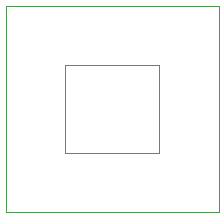
<source format=gbr>
%TF.GenerationSoftware,KiCad,Pcbnew,7.0.5-0*%
%TF.CreationDate,2024-02-29T12:47:10-05:00*%
%TF.ProjectId,filter_frame_1_0,66696c74-6572-45f6-9672-616d655f315f,rev?*%
%TF.SameCoordinates,Original*%
%TF.FileFunction,Profile,NP*%
%FSLAX46Y46*%
G04 Gerber Fmt 4.6, Leading zero omitted, Abs format (unit mm)*
G04 Created by KiCad (PCBNEW 7.0.5-0) date 2024-02-29 12:47:10*
%MOMM*%
%LPD*%
G01*
G04 APERTURE LIST*
%TA.AperFunction,Profile*%
%ADD10C,0.100000*%
%TD*%
G04 APERTURE END LIST*
D10*
X55000000Y-55000000D02*
X63000000Y-55000000D01*
X63000000Y-62500000D01*
X55000000Y-62500000D01*
X55000000Y-55000000D01*
X50000000Y-50000000D02*
X68000000Y-50000000D01*
X68000000Y-67500000D01*
X50000000Y-67500000D01*
X50000000Y-50000000D01*
M02*

</source>
